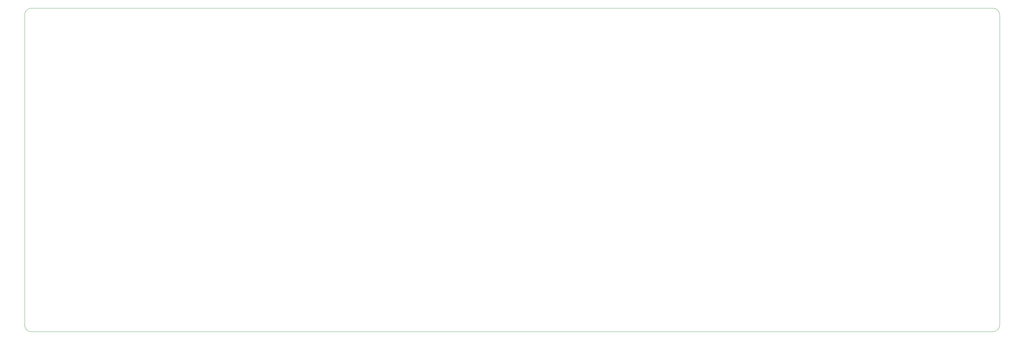
<source format=gbr>
G04 #@! TF.FileFunction,Profile,NP*
%FSLAX46Y46*%
G04 Gerber Fmt 4.6, Leading zero omitted, Abs format (unit mm)*
G04 Created by KiCad (PCBNEW 4.0.0-rc1-stable) date 30/12/2016 17:59:35*
%MOMM*%
G01*
G04 APERTURE LIST*
%ADD10C,0.150000*%
%ADD11C,0.099100*%
G04 APERTURE END LIST*
D10*
D11*
X64290000Y-64620000D02*
G75*
G03X62290000Y-66620000I0J-2000000D01*
G01*
X62290000Y-157220000D02*
G75*
G03X64290000Y-159220000I2000000J0D01*
G01*
X345290000Y-159220000D02*
G75*
G03X347290000Y-157220000I0J2000000D01*
G01*
X347290000Y-66620000D02*
G75*
G03X345290000Y-64620000I-2000000J0D01*
G01*
X62290000Y-157221200D02*
X62290000Y-66618800D01*
X345290000Y-159220000D02*
X64290000Y-159220000D01*
X347290000Y-66618800D02*
X347290000Y-157221200D01*
X64290000Y-64620000D02*
X345290000Y-64620000D01*
M02*

</source>
